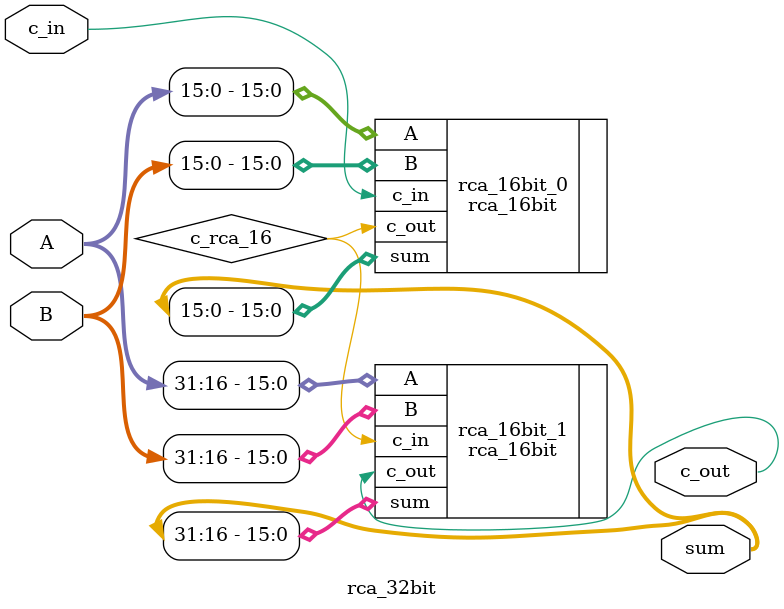
<source format=v>
`timescale 1ps/1ps

/*
//Half Adder
module H_A (
    input A,
    input B,
    output sum,
    output carry
);
    assign sum = A ^ B;
    assign carry = A & B;
endmodule

//Full Adder
module F_A (
    input A,
    input B,
    input c_in,
    output sum,
    output c_out
);
    wire sum_h;
    wire c_h1;
    wire c_h2;

    H_A H_A01(.A(A), .B(B), .sum(sum_h), .carry(c_h1));
    H_A H_A02(.A(sum_h), .B(c_in), .sum(sum), .carry(c_h2));

    assign c_out = c_h1 | c_h2;
endmodule

//4bit ripple carry adder
module rca_4bit (
    input [3:0] A,
    input [3:0] B,
    input c_in,
    output [3:0] sum,
    output c_out
);
    wire [3:0] sum_f;
    wire c_f1, c_f2, c_f3;

    F_A F_A0(.A(A[0]), .B(B[0]), .c_in(c_in), .sum(sum[0]), .c_out(c_f1));
    F_A F_A1(.A(A[1]), .B(B[1]), .c_in(c_f1), .sum(sum[1]), .c_out(c_f2));
    F_A F_A2(.A(A[2]), .B(B[2]), .c_in(c_f2), .sum(sum[2]), .c_out(c_f3));
    F_A F_A3(.A(A[3]), .B(B[3]), .c_in(c_f3), .sum(sum[3]), .c_out(c_out));
endmodule

module rca_8bit (
    input [7:0] A,
    input [7:0] B,
    input c_in,
    output [7:0] sum,
    output c_out
);  
    wire [7:0] sum_rca_4;
    wire c_rca_4;
    
    rca_4bit rca_4bit_0(.A(A[3:0]), .B(B[3:0]), .c_in(c_in), .sum(sum_rca_4[3:0]), .c_out(c_rca_4));
    rca_4bit rca_4bit_1(.A(A[7:4]), .B(B[7:4]), .c_in(c_rca_4), .sum(sum_rca_4[7:4]), .c_out(c_out));
endmodule

module rca_16bit (
    input [15:0] A,
    input [15:0] B,
    input c_in,
    output [15:0] sum,
    output c_out
);  
    wire [15:0] sum_rca_8;
    wire c_rca_8;
    
    rca_8bit rca_8bit_0(.A(A[7:0]), .B(B[7:0]), .c_in(c_in), .sum(sum_rca_8[7:0]), .c_out(c_rca_8));
    rca_8bit rca_8bit_1(.A(A[15:8]), .B(B[15:8]), .c_in(c_rca_8), .sum(sum_rca_8[15:8]), .c_out(c_out));
endmodule

*/

module rca_32bit (
    input [31:0] A,
    input [31:0] B,
    input c_in,
    output [31:0] sum,
    output c_out
);  
    wire c_rca_16;
    
    rca_16bit rca_16bit_0(.A(A[15:0]), .B(B[15:0]), .c_in(c_in), .sum(sum[15:0]), .c_out(c_rca_16));
    rca_16bit rca_16bit_1(.A(A[31:16]), .B(B[31:16]), .c_in(c_rca_16), .sum(sum[31:16]), .c_out(c_out));
endmodule
</source>
